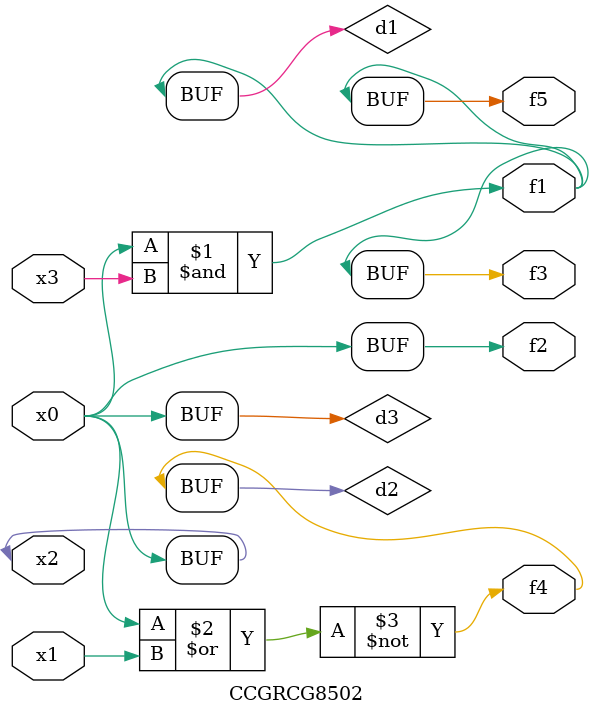
<source format=v>
module CCGRCG8502(
	input x0, x1, x2, x3,
	output f1, f2, f3, f4, f5
);

	wire d1, d2, d3;

	and (d1, x2, x3);
	nor (d2, x0, x1);
	buf (d3, x0, x2);
	assign f1 = d1;
	assign f2 = d3;
	assign f3 = d1;
	assign f4 = d2;
	assign f5 = d1;
endmodule

</source>
